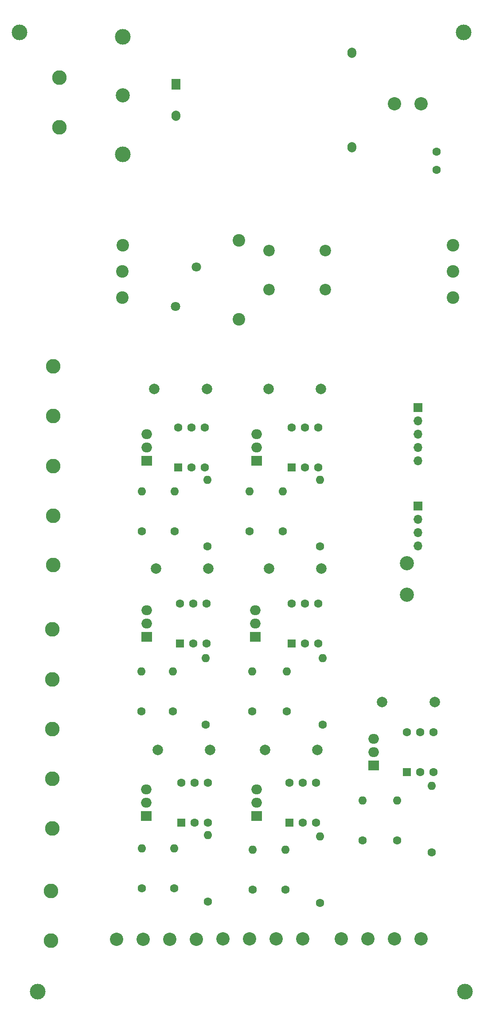
<source format=gbr>
%TF.GenerationSoftware,KiCad,Pcbnew,9.0.1*%
%TF.CreationDate,2025-08-26T09:45:25+03:00*%
%TF.ProjectId,smart meter,736d6172-7420-46d6-9574-65722e6b6963,rev?*%
%TF.SameCoordinates,Original*%
%TF.FileFunction,Soldermask,Bot*%
%TF.FilePolarity,Negative*%
%FSLAX46Y46*%
G04 Gerber Fmt 4.6, Leading zero omitted, Abs format (unit mm)*
G04 Created by KiCad (PCBNEW 9.0.1) date 2025-08-26 09:45:25*
%MOMM*%
%LPD*%
G01*
G04 APERTURE LIST*
G04 Aperture macros list*
%AMRoundRect*
0 Rectangle with rounded corners*
0 $1 Rounding radius*
0 $2 $3 $4 $5 $6 $7 $8 $9 X,Y pos of 4 corners*
0 Add a 4 corners polygon primitive as box body*
4,1,4,$2,$3,$4,$5,$6,$7,$8,$9,$2,$3,0*
0 Add four circle primitives for the rounded corners*
1,1,$1+$1,$2,$3*
1,1,$1+$1,$4,$5*
1,1,$1+$1,$6,$7*
1,1,$1+$1,$8,$9*
0 Add four rect primitives between the rounded corners*
20,1,$1+$1,$2,$3,$4,$5,0*
20,1,$1+$1,$4,$5,$6,$7,0*
20,1,$1+$1,$6,$7,$8,$9,0*
20,1,$1+$1,$8,$9,$2,$3,0*%
G04 Aperture macros list end*
%ADD10C,1.600000*%
%ADD11O,1.600000X1.600000*%
%ADD12C,1.800000*%
%ADD13C,2.000000*%
%ADD14R,1.700000X2.000000*%
%ADD15O,1.700000X2.000000*%
%ADD16C,3.000000*%
%ADD17RoundRect,0.250000X0.550000X-0.550000X0.550000X0.550000X-0.550000X0.550000X-0.550000X-0.550000X0*%
%ADD18C,2.400000*%
%ADD19C,2.800000*%
%ADD20R,2.000000X1.905000*%
%ADD21O,2.000000X1.905000*%
%ADD22C,2.700000*%
%ADD23C,2.540000*%
%ADD24C,2.200000*%
%ADD25R,1.700000X1.700000*%
%ADD26O,1.700000X1.700000*%
G04 APERTURE END LIST*
D10*
%TO.C,R21*%
X209804000Y-157226000D03*
D11*
X209804000Y-144526000D03*
%TD*%
D10*
%TO.C,R18*%
X210312000Y-191262000D03*
D11*
X210312000Y-178562000D03*
%TD*%
D10*
%TO.C,R15*%
X231140000Y-215646000D03*
D11*
X231140000Y-202946000D03*
%TD*%
D10*
%TO.C,R12*%
X209804000Y-225298000D03*
D11*
X209804000Y-212598000D03*
%TD*%
D10*
%TO.C,R9*%
X188356900Y-157226000D03*
D11*
X188356900Y-144526000D03*
%TD*%
D10*
%TO.C,R6*%
X187960000Y-191262000D03*
D11*
X187960000Y-178562000D03*
%TD*%
D10*
%TO.C,R3*%
X188369600Y-225044000D03*
D11*
X188369600Y-212344000D03*
%TD*%
D12*
%TO.C,RV1*%
X182245000Y-111379000D03*
X186245000Y-103879000D03*
%TD*%
D13*
%TO.C,C8*%
X210049800Y-161376600D03*
X200049800Y-161376600D03*
%TD*%
D14*
%TO.C,PS1*%
X182322700Y-68970300D03*
D15*
X182322700Y-74970300D03*
X215922700Y-62970300D03*
X215922700Y-80970300D03*
%TD*%
D16*
%TO.C,H4*%
X237490000Y-242214400D03*
%TD*%
D17*
%TO.C,U7*%
X204444000Y-175727600D03*
D10*
X206984000Y-175727600D03*
X209524000Y-175727600D03*
X209524000Y-168107600D03*
X206984000Y-168107600D03*
X204444000Y-168107600D03*
%TD*%
D13*
%TO.C,C6*%
X209308100Y-196022200D03*
X199308100Y-196022200D03*
%TD*%
D10*
%TO.C,R4*%
X175685900Y-188722000D03*
D11*
X175685900Y-181102000D03*
%TD*%
D10*
%TO.C,R16*%
X196900200Y-188722000D03*
D11*
X196900200Y-181102000D03*
%TD*%
D18*
%TO.C,C1*%
X194310000Y-98799000D03*
X194310000Y-113799000D03*
%TD*%
D19*
%TO.C,J4*%
X158394400Y-222961200D03*
X158394400Y-232481200D03*
%TD*%
D10*
%TO.C,R10*%
X196926200Y-222758000D03*
D11*
X196926200Y-215138000D03*
%TD*%
D20*
%TO.C,Q2*%
X176754900Y-174462600D03*
D21*
X176754900Y-171922600D03*
X176754900Y-169382600D03*
%TD*%
D18*
%TO.C,U9*%
X235214000Y-99688000D03*
X235204000Y-104678000D03*
X235204000Y-109728000D03*
X172114000Y-99688000D03*
X172104000Y-104678000D03*
X172104000Y-109728000D03*
%TD*%
D22*
%TO.C,F1*%
X172110400Y-71120000D03*
D16*
X172110400Y-59870000D03*
X172110400Y-82370000D03*
%TD*%
D17*
%TO.C,U6*%
X226391100Y-200253000D03*
D10*
X228931100Y-200253000D03*
X231471100Y-200253000D03*
X231471100Y-192633000D03*
X228931100Y-192633000D03*
X226391100Y-192633000D03*
%TD*%
D16*
%TO.C,H1*%
X152400000Y-59029600D03*
%TD*%
D20*
%TO.C,Q5*%
X220091900Y-198988000D03*
D21*
X220091900Y-196448000D03*
X220091900Y-193908000D03*
%TD*%
D23*
%TO.C,J1*%
X213868000Y-232156000D03*
X218948000Y-232156000D03*
X224028000Y-232156000D03*
X229108000Y-232156000D03*
%TD*%
D17*
%TO.C,U8*%
X204425900Y-142123400D03*
D10*
X206965900Y-142123400D03*
X209505900Y-142123400D03*
X209505900Y-134503400D03*
X206965900Y-134503400D03*
X204425900Y-134503400D03*
%TD*%
D13*
%TO.C,C7*%
X231717500Y-186923000D03*
X221717500Y-186923000D03*
%TD*%
D10*
%TO.C,C2*%
X232105200Y-85344000D03*
X232105200Y-81844000D03*
%TD*%
D17*
%TO.C,U4*%
X182718100Y-142123400D03*
D10*
X185258100Y-142123400D03*
X187798100Y-142123400D03*
X187798100Y-134503400D03*
X185258100Y-134503400D03*
X182718100Y-134503400D03*
%TD*%
%TO.C,R5*%
X181705700Y-188722000D03*
D11*
X181705700Y-181102000D03*
%TD*%
D10*
%TO.C,R19*%
X196323300Y-154290000D03*
D11*
X196323300Y-146670000D03*
%TD*%
D16*
%TO.C,H2*%
X237236000Y-59029600D03*
%TD*%
D19*
%TO.C,J8*%
X158699200Y-173024800D03*
X158699200Y-182544800D03*
X158713700Y-192050800D03*
X158713700Y-201544800D03*
X158671700Y-211012800D03*
%TD*%
D23*
%TO.C,J6*%
X229157550Y-72691600D03*
X224077550Y-72691600D03*
%TD*%
D10*
%TO.C,R1*%
X175796600Y-222504000D03*
D11*
X175796600Y-214884000D03*
%TD*%
D13*
%TO.C,C5*%
X188200700Y-127162800D03*
X178200700Y-127162800D03*
%TD*%
D10*
%TO.C,R7*%
X175758500Y-154290000D03*
D11*
X175758500Y-146670000D03*
%TD*%
D20*
%TO.C,Q1*%
X176669600Y-208646000D03*
D21*
X176669600Y-206106000D03*
X176669600Y-203566000D03*
%TD*%
D16*
%TO.C,H3*%
X155854400Y-242214400D03*
%TD*%
D13*
%TO.C,C9*%
X209984700Y-127162800D03*
X199984700Y-127162800D03*
%TD*%
D20*
%TO.C,Q4*%
X197700300Y-208646000D03*
D21*
X197700300Y-206106000D03*
X197700300Y-203566000D03*
%TD*%
D10*
%TO.C,R8*%
X182057700Y-154290000D03*
D11*
X182057700Y-146670000D03*
%TD*%
D19*
%TO.C,J5*%
X160079600Y-67696000D03*
X160079600Y-77216000D03*
%TD*%
D20*
%TO.C,Q3*%
X176682300Y-140858400D03*
D21*
X176682300Y-138318400D03*
X176682300Y-135778400D03*
%TD*%
D13*
%TO.C,C4*%
X188512900Y-161376600D03*
X178512900Y-161376600D03*
%TD*%
D24*
%TO.C,L1*%
X200120000Y-100704000D03*
X210820000Y-100704000D03*
X210820000Y-108204000D03*
X200120000Y-108204000D03*
%TD*%
D25*
%TO.C,U1*%
X228558600Y-130700800D03*
D22*
X226443600Y-160420800D03*
D26*
X228573600Y-157120800D03*
D25*
X228573600Y-149500800D03*
D26*
X228573600Y-152040800D03*
X228573600Y-154580800D03*
D22*
X226443600Y-166420800D03*
D26*
X228558600Y-140860800D03*
X228558600Y-135780800D03*
X228558600Y-138320800D03*
X228558600Y-133240800D03*
%TD*%
D10*
%TO.C,R20*%
X202749500Y-154290000D03*
D11*
X202749500Y-146670000D03*
%TD*%
D10*
%TO.C,R11*%
X203200000Y-222758000D03*
D11*
X203200000Y-215138000D03*
%TD*%
D10*
%TO.C,R13*%
X217932000Y-213360000D03*
D11*
X217932000Y-205740000D03*
%TD*%
D19*
%TO.C,J7*%
X158845500Y-122792400D03*
X158845500Y-132312400D03*
X158860000Y-141818400D03*
X158860000Y-151312400D03*
X158818000Y-160780400D03*
%TD*%
D10*
%TO.C,R2*%
X181968800Y-222504000D03*
D11*
X181968800Y-214884000D03*
%TD*%
D20*
%TO.C,Q6*%
X197484400Y-174462600D03*
D21*
X197484400Y-171922600D03*
X197484400Y-169382600D03*
%TD*%
D23*
%TO.C,J2*%
X170996000Y-232176000D03*
X176076000Y-232176000D03*
X181156000Y-232176000D03*
X186236000Y-232176000D03*
X191316000Y-232156000D03*
X196396000Y-232156000D03*
X201476000Y-232156000D03*
X206556000Y-232156000D03*
%TD*%
D17*
%TO.C,U5*%
X203948700Y-209911000D03*
D10*
X206488700Y-209911000D03*
X209028700Y-209911000D03*
X209028700Y-202291000D03*
X206488700Y-202291000D03*
X203948700Y-202291000D03*
%TD*%
D20*
%TO.C,Q7*%
X197745700Y-140858400D03*
D21*
X197745700Y-138318400D03*
X197745700Y-135778400D03*
%TD*%
D17*
%TO.C,U2*%
X183315000Y-209911000D03*
D10*
X185855000Y-209911000D03*
X188395000Y-209911000D03*
X188395000Y-202291000D03*
X185855000Y-202291000D03*
X183315000Y-202291000D03*
%TD*%
D13*
%TO.C,C3*%
X188797600Y-196022200D03*
X178797600Y-196022200D03*
%TD*%
D10*
%TO.C,R14*%
X224536000Y-213360000D03*
D11*
X224536000Y-205740000D03*
%TD*%
D17*
%TO.C,U3*%
X183030300Y-175727600D03*
D10*
X185570300Y-175727600D03*
X188110300Y-175727600D03*
X188110300Y-168107600D03*
X185570300Y-168107600D03*
X183030300Y-168107600D03*
%TD*%
%TO.C,R17*%
X203453400Y-188722000D03*
D11*
X203453400Y-181102000D03*
%TD*%
M02*

</source>
